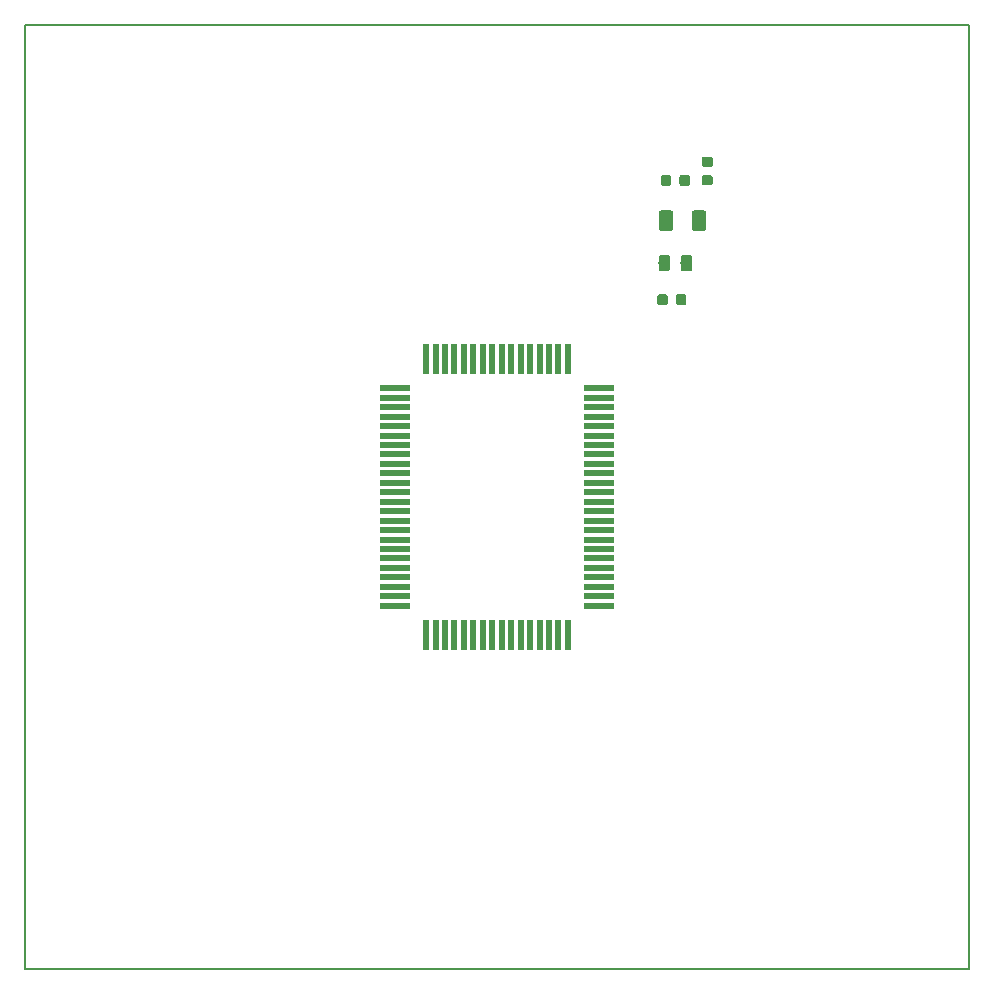
<source format=gbr>
G04 #@! TF.GenerationSoftware,KiCad,Pcbnew,5.0.0-fee4fd1~65~ubuntu18.04.1*
G04 #@! TF.CreationDate,2018-07-29T00:01:00+03:00*
G04 #@! TF.ProjectId,GB-BRK-CPU-G2,47422D42524B2D4350552D47322E6B69,v1.0*
G04 #@! TF.SameCoordinates,Original*
G04 #@! TF.FileFunction,Paste,Top*
G04 #@! TF.FilePolarity,Positive*
%FSLAX46Y46*%
G04 Gerber Fmt 4.6, Leading zero omitted, Abs format (unit mm)*
G04 Created by KiCad (PCBNEW 5.0.0-fee4fd1~65~ubuntu18.04.1) date Sun Jul 29 00:01:00 2018*
%MOMM*%
%LPD*%
G01*
G04 APERTURE LIST*
%ADD10C,0.150000*%
%ADD11R,0.500000X2.500000*%
%ADD12R,2.500000X0.500000*%
%ADD13C,0.100000*%
%ADD14C,0.875000*%
%ADD15C,0.975000*%
%ADD16C,1.250000*%
G04 APERTURE END LIST*
D10*
X140000000Y-60000000D02*
X60000000Y-60000000D01*
X140000000Y-140000000D02*
X140000000Y-60000000D01*
X60000000Y-140000000D02*
X140000000Y-140000000D01*
X60000000Y-60000000D02*
X60000000Y-140000000D01*
D11*
G04 #@! TO.C,U1*
X94000000Y-88350000D03*
X94800000Y-88350000D03*
X95600000Y-88350000D03*
X96400000Y-88350000D03*
X97200000Y-88350000D03*
X98000000Y-88350000D03*
X98800000Y-88350000D03*
X99600000Y-88350000D03*
X100400000Y-88350000D03*
X101200000Y-88350000D03*
X102000000Y-88350000D03*
X102800000Y-88350000D03*
X103600000Y-88350000D03*
X104400000Y-88350000D03*
X105200000Y-88350000D03*
D12*
X108600000Y-90800000D03*
X108600000Y-91600000D03*
X108600000Y-92400000D03*
X108600000Y-93200000D03*
X108600000Y-94000000D03*
X108600000Y-94800000D03*
X108600000Y-95600000D03*
X108600000Y-96400000D03*
X108600000Y-97200000D03*
X108600000Y-98000000D03*
X108600000Y-98800000D03*
X108600000Y-99600000D03*
X108600000Y-100400000D03*
X108600000Y-101200000D03*
X108600000Y-102000000D03*
X108600000Y-102800000D03*
X108600000Y-103600000D03*
X108600000Y-104400000D03*
X108600000Y-105200000D03*
X108600000Y-106000000D03*
X108600000Y-106800000D03*
X108600000Y-107600000D03*
X108600000Y-108400000D03*
D11*
X106000000Y-111650000D03*
X105200000Y-111650000D03*
X104400000Y-111650000D03*
X103600000Y-111650000D03*
X102800000Y-111650000D03*
X102000000Y-111650000D03*
X101200000Y-111650000D03*
X100400000Y-111650000D03*
X99600000Y-111650000D03*
X98800000Y-111650000D03*
X98000000Y-111650000D03*
X97200000Y-111650000D03*
X96400000Y-111650000D03*
X95600000Y-111650000D03*
X94800000Y-111650000D03*
D12*
X91400000Y-109200000D03*
X91400000Y-108400000D03*
X91400000Y-107600000D03*
X91400000Y-106800000D03*
X91400000Y-106000000D03*
X91400000Y-105200000D03*
X91400000Y-104400000D03*
X91400000Y-103600000D03*
X91400000Y-102800000D03*
X91400000Y-102000000D03*
X91400000Y-101200000D03*
X91400000Y-100400000D03*
X91400000Y-99600000D03*
X91400000Y-98800000D03*
X91400000Y-98000000D03*
X91400000Y-97200000D03*
X91400000Y-96400000D03*
X91400000Y-95600000D03*
X91400000Y-94800000D03*
X91400000Y-94000000D03*
X91400000Y-93200000D03*
X91400000Y-92400000D03*
X91400000Y-91600000D03*
X108600000Y-109200000D03*
D11*
X94000000Y-111650000D03*
D12*
X91400000Y-90800000D03*
D11*
X106000000Y-88350000D03*
G04 #@! TD*
D13*
G04 #@! TO.C,C1*
G36*
X115827691Y-82826053D02*
X115848926Y-82829203D01*
X115869750Y-82834419D01*
X115889962Y-82841651D01*
X115909368Y-82850830D01*
X115927781Y-82861866D01*
X115945024Y-82874654D01*
X115960930Y-82889070D01*
X115975346Y-82904976D01*
X115988134Y-82922219D01*
X115999170Y-82940632D01*
X116008349Y-82960038D01*
X116015581Y-82980250D01*
X116020797Y-83001074D01*
X116023947Y-83022309D01*
X116025000Y-83043750D01*
X116025000Y-83556250D01*
X116023947Y-83577691D01*
X116020797Y-83598926D01*
X116015581Y-83619750D01*
X116008349Y-83639962D01*
X115999170Y-83659368D01*
X115988134Y-83677781D01*
X115975346Y-83695024D01*
X115960930Y-83710930D01*
X115945024Y-83725346D01*
X115927781Y-83738134D01*
X115909368Y-83749170D01*
X115889962Y-83758349D01*
X115869750Y-83765581D01*
X115848926Y-83770797D01*
X115827691Y-83773947D01*
X115806250Y-83775000D01*
X115368750Y-83775000D01*
X115347309Y-83773947D01*
X115326074Y-83770797D01*
X115305250Y-83765581D01*
X115285038Y-83758349D01*
X115265632Y-83749170D01*
X115247219Y-83738134D01*
X115229976Y-83725346D01*
X115214070Y-83710930D01*
X115199654Y-83695024D01*
X115186866Y-83677781D01*
X115175830Y-83659368D01*
X115166651Y-83639962D01*
X115159419Y-83619750D01*
X115154203Y-83598926D01*
X115151053Y-83577691D01*
X115150000Y-83556250D01*
X115150000Y-83043750D01*
X115151053Y-83022309D01*
X115154203Y-83001074D01*
X115159419Y-82980250D01*
X115166651Y-82960038D01*
X115175830Y-82940632D01*
X115186866Y-82922219D01*
X115199654Y-82904976D01*
X115214070Y-82889070D01*
X115229976Y-82874654D01*
X115247219Y-82861866D01*
X115265632Y-82850830D01*
X115285038Y-82841651D01*
X115305250Y-82834419D01*
X115326074Y-82829203D01*
X115347309Y-82826053D01*
X115368750Y-82825000D01*
X115806250Y-82825000D01*
X115827691Y-82826053D01*
X115827691Y-82826053D01*
G37*
D14*
X115587500Y-83300000D03*
D13*
G36*
X114252691Y-82826053D02*
X114273926Y-82829203D01*
X114294750Y-82834419D01*
X114314962Y-82841651D01*
X114334368Y-82850830D01*
X114352781Y-82861866D01*
X114370024Y-82874654D01*
X114385930Y-82889070D01*
X114400346Y-82904976D01*
X114413134Y-82922219D01*
X114424170Y-82940632D01*
X114433349Y-82960038D01*
X114440581Y-82980250D01*
X114445797Y-83001074D01*
X114448947Y-83022309D01*
X114450000Y-83043750D01*
X114450000Y-83556250D01*
X114448947Y-83577691D01*
X114445797Y-83598926D01*
X114440581Y-83619750D01*
X114433349Y-83639962D01*
X114424170Y-83659368D01*
X114413134Y-83677781D01*
X114400346Y-83695024D01*
X114385930Y-83710930D01*
X114370024Y-83725346D01*
X114352781Y-83738134D01*
X114334368Y-83749170D01*
X114314962Y-83758349D01*
X114294750Y-83765581D01*
X114273926Y-83770797D01*
X114252691Y-83773947D01*
X114231250Y-83775000D01*
X113793750Y-83775000D01*
X113772309Y-83773947D01*
X113751074Y-83770797D01*
X113730250Y-83765581D01*
X113710038Y-83758349D01*
X113690632Y-83749170D01*
X113672219Y-83738134D01*
X113654976Y-83725346D01*
X113639070Y-83710930D01*
X113624654Y-83695024D01*
X113611866Y-83677781D01*
X113600830Y-83659368D01*
X113591651Y-83639962D01*
X113584419Y-83619750D01*
X113579203Y-83598926D01*
X113576053Y-83577691D01*
X113575000Y-83556250D01*
X113575000Y-83043750D01*
X113576053Y-83022309D01*
X113579203Y-83001074D01*
X113584419Y-82980250D01*
X113591651Y-82960038D01*
X113600830Y-82940632D01*
X113611866Y-82922219D01*
X113624654Y-82904976D01*
X113639070Y-82889070D01*
X113654976Y-82874654D01*
X113672219Y-82861866D01*
X113690632Y-82850830D01*
X113710038Y-82841651D01*
X113730250Y-82834419D01*
X113751074Y-82829203D01*
X113772309Y-82826053D01*
X113793750Y-82825000D01*
X114231250Y-82825000D01*
X114252691Y-82826053D01*
X114252691Y-82826053D01*
G37*
D14*
X114012500Y-83300000D03*
G04 #@! TD*
D13*
G04 #@! TO.C,C2*
G36*
X116305142Y-79501174D02*
X116328803Y-79504684D01*
X116352007Y-79510496D01*
X116374529Y-79518554D01*
X116396153Y-79528782D01*
X116416670Y-79541079D01*
X116435883Y-79555329D01*
X116453607Y-79571393D01*
X116469671Y-79589117D01*
X116483921Y-79608330D01*
X116496218Y-79628847D01*
X116506446Y-79650471D01*
X116514504Y-79672993D01*
X116520316Y-79696197D01*
X116523826Y-79719858D01*
X116525000Y-79743750D01*
X116525000Y-80656250D01*
X116523826Y-80680142D01*
X116520316Y-80703803D01*
X116514504Y-80727007D01*
X116506446Y-80749529D01*
X116496218Y-80771153D01*
X116483921Y-80791670D01*
X116469671Y-80810883D01*
X116453607Y-80828607D01*
X116435883Y-80844671D01*
X116416670Y-80858921D01*
X116396153Y-80871218D01*
X116374529Y-80881446D01*
X116352007Y-80889504D01*
X116328803Y-80895316D01*
X116305142Y-80898826D01*
X116281250Y-80900000D01*
X115793750Y-80900000D01*
X115769858Y-80898826D01*
X115746197Y-80895316D01*
X115722993Y-80889504D01*
X115700471Y-80881446D01*
X115678847Y-80871218D01*
X115658330Y-80858921D01*
X115639117Y-80844671D01*
X115621393Y-80828607D01*
X115605329Y-80810883D01*
X115591079Y-80791670D01*
X115578782Y-80771153D01*
X115568554Y-80749529D01*
X115560496Y-80727007D01*
X115554684Y-80703803D01*
X115551174Y-80680142D01*
X115550000Y-80656250D01*
X115550000Y-79743750D01*
X115551174Y-79719858D01*
X115554684Y-79696197D01*
X115560496Y-79672993D01*
X115568554Y-79650471D01*
X115578782Y-79628847D01*
X115591079Y-79608330D01*
X115605329Y-79589117D01*
X115621393Y-79571393D01*
X115639117Y-79555329D01*
X115658330Y-79541079D01*
X115678847Y-79528782D01*
X115700471Y-79518554D01*
X115722993Y-79510496D01*
X115746197Y-79504684D01*
X115769858Y-79501174D01*
X115793750Y-79500000D01*
X116281250Y-79500000D01*
X116305142Y-79501174D01*
X116305142Y-79501174D01*
G37*
D15*
X116037500Y-80200000D03*
D13*
G36*
X114430142Y-79501174D02*
X114453803Y-79504684D01*
X114477007Y-79510496D01*
X114499529Y-79518554D01*
X114521153Y-79528782D01*
X114541670Y-79541079D01*
X114560883Y-79555329D01*
X114578607Y-79571393D01*
X114594671Y-79589117D01*
X114608921Y-79608330D01*
X114621218Y-79628847D01*
X114631446Y-79650471D01*
X114639504Y-79672993D01*
X114645316Y-79696197D01*
X114648826Y-79719858D01*
X114650000Y-79743750D01*
X114650000Y-80656250D01*
X114648826Y-80680142D01*
X114645316Y-80703803D01*
X114639504Y-80727007D01*
X114631446Y-80749529D01*
X114621218Y-80771153D01*
X114608921Y-80791670D01*
X114594671Y-80810883D01*
X114578607Y-80828607D01*
X114560883Y-80844671D01*
X114541670Y-80858921D01*
X114521153Y-80871218D01*
X114499529Y-80881446D01*
X114477007Y-80889504D01*
X114453803Y-80895316D01*
X114430142Y-80898826D01*
X114406250Y-80900000D01*
X113918750Y-80900000D01*
X113894858Y-80898826D01*
X113871197Y-80895316D01*
X113847993Y-80889504D01*
X113825471Y-80881446D01*
X113803847Y-80871218D01*
X113783330Y-80858921D01*
X113764117Y-80844671D01*
X113746393Y-80828607D01*
X113730329Y-80810883D01*
X113716079Y-80791670D01*
X113703782Y-80771153D01*
X113693554Y-80749529D01*
X113685496Y-80727007D01*
X113679684Y-80703803D01*
X113676174Y-80680142D01*
X113675000Y-80656250D01*
X113675000Y-79743750D01*
X113676174Y-79719858D01*
X113679684Y-79696197D01*
X113685496Y-79672993D01*
X113693554Y-79650471D01*
X113703782Y-79628847D01*
X113716079Y-79608330D01*
X113730329Y-79589117D01*
X113746393Y-79571393D01*
X113764117Y-79555329D01*
X113783330Y-79541079D01*
X113803847Y-79528782D01*
X113825471Y-79518554D01*
X113847993Y-79510496D01*
X113871197Y-79504684D01*
X113894858Y-79501174D01*
X113918750Y-79500000D01*
X114406250Y-79500000D01*
X114430142Y-79501174D01*
X114430142Y-79501174D01*
G37*
D15*
X114162500Y-80200000D03*
G04 #@! TD*
D13*
G04 #@! TO.C,C3*
G36*
X117499504Y-75726204D02*
X117523773Y-75729804D01*
X117547571Y-75735765D01*
X117570671Y-75744030D01*
X117592849Y-75754520D01*
X117613893Y-75767133D01*
X117633598Y-75781747D01*
X117651777Y-75798223D01*
X117668253Y-75816402D01*
X117682867Y-75836107D01*
X117695480Y-75857151D01*
X117705970Y-75879329D01*
X117714235Y-75902429D01*
X117720196Y-75926227D01*
X117723796Y-75950496D01*
X117725000Y-75975000D01*
X117725000Y-77225000D01*
X117723796Y-77249504D01*
X117720196Y-77273773D01*
X117714235Y-77297571D01*
X117705970Y-77320671D01*
X117695480Y-77342849D01*
X117682867Y-77363893D01*
X117668253Y-77383598D01*
X117651777Y-77401777D01*
X117633598Y-77418253D01*
X117613893Y-77432867D01*
X117592849Y-77445480D01*
X117570671Y-77455970D01*
X117547571Y-77464235D01*
X117523773Y-77470196D01*
X117499504Y-77473796D01*
X117475000Y-77475000D01*
X116725000Y-77475000D01*
X116700496Y-77473796D01*
X116676227Y-77470196D01*
X116652429Y-77464235D01*
X116629329Y-77455970D01*
X116607151Y-77445480D01*
X116586107Y-77432867D01*
X116566402Y-77418253D01*
X116548223Y-77401777D01*
X116531747Y-77383598D01*
X116517133Y-77363893D01*
X116504520Y-77342849D01*
X116494030Y-77320671D01*
X116485765Y-77297571D01*
X116479804Y-77273773D01*
X116476204Y-77249504D01*
X116475000Y-77225000D01*
X116475000Y-75975000D01*
X116476204Y-75950496D01*
X116479804Y-75926227D01*
X116485765Y-75902429D01*
X116494030Y-75879329D01*
X116504520Y-75857151D01*
X116517133Y-75836107D01*
X116531747Y-75816402D01*
X116548223Y-75798223D01*
X116566402Y-75781747D01*
X116586107Y-75767133D01*
X116607151Y-75754520D01*
X116629329Y-75744030D01*
X116652429Y-75735765D01*
X116676227Y-75729804D01*
X116700496Y-75726204D01*
X116725000Y-75725000D01*
X117475000Y-75725000D01*
X117499504Y-75726204D01*
X117499504Y-75726204D01*
G37*
D16*
X117100000Y-76600000D03*
D13*
G36*
X114699504Y-75726204D02*
X114723773Y-75729804D01*
X114747571Y-75735765D01*
X114770671Y-75744030D01*
X114792849Y-75754520D01*
X114813893Y-75767133D01*
X114833598Y-75781747D01*
X114851777Y-75798223D01*
X114868253Y-75816402D01*
X114882867Y-75836107D01*
X114895480Y-75857151D01*
X114905970Y-75879329D01*
X114914235Y-75902429D01*
X114920196Y-75926227D01*
X114923796Y-75950496D01*
X114925000Y-75975000D01*
X114925000Y-77225000D01*
X114923796Y-77249504D01*
X114920196Y-77273773D01*
X114914235Y-77297571D01*
X114905970Y-77320671D01*
X114895480Y-77342849D01*
X114882867Y-77363893D01*
X114868253Y-77383598D01*
X114851777Y-77401777D01*
X114833598Y-77418253D01*
X114813893Y-77432867D01*
X114792849Y-77445480D01*
X114770671Y-77455970D01*
X114747571Y-77464235D01*
X114723773Y-77470196D01*
X114699504Y-77473796D01*
X114675000Y-77475000D01*
X113925000Y-77475000D01*
X113900496Y-77473796D01*
X113876227Y-77470196D01*
X113852429Y-77464235D01*
X113829329Y-77455970D01*
X113807151Y-77445480D01*
X113786107Y-77432867D01*
X113766402Y-77418253D01*
X113748223Y-77401777D01*
X113731747Y-77383598D01*
X113717133Y-77363893D01*
X113704520Y-77342849D01*
X113694030Y-77320671D01*
X113685765Y-77297571D01*
X113679804Y-77273773D01*
X113676204Y-77249504D01*
X113675000Y-77225000D01*
X113675000Y-75975000D01*
X113676204Y-75950496D01*
X113679804Y-75926227D01*
X113685765Y-75902429D01*
X113694030Y-75879329D01*
X113704520Y-75857151D01*
X113717133Y-75836107D01*
X113731747Y-75816402D01*
X113748223Y-75798223D01*
X113766402Y-75781747D01*
X113786107Y-75767133D01*
X113807151Y-75754520D01*
X113829329Y-75744030D01*
X113852429Y-75735765D01*
X113876227Y-75729804D01*
X113900496Y-75726204D01*
X113925000Y-75725000D01*
X114675000Y-75725000D01*
X114699504Y-75726204D01*
X114699504Y-75726204D01*
G37*
D16*
X114300000Y-76600000D03*
G04 #@! TD*
D13*
G04 #@! TO.C,D1*
G36*
X118077691Y-72751053D02*
X118098926Y-72754203D01*
X118119750Y-72759419D01*
X118139962Y-72766651D01*
X118159368Y-72775830D01*
X118177781Y-72786866D01*
X118195024Y-72799654D01*
X118210930Y-72814070D01*
X118225346Y-72829976D01*
X118238134Y-72847219D01*
X118249170Y-72865632D01*
X118258349Y-72885038D01*
X118265581Y-72905250D01*
X118270797Y-72926074D01*
X118273947Y-72947309D01*
X118275000Y-72968750D01*
X118275000Y-73406250D01*
X118273947Y-73427691D01*
X118270797Y-73448926D01*
X118265581Y-73469750D01*
X118258349Y-73489962D01*
X118249170Y-73509368D01*
X118238134Y-73527781D01*
X118225346Y-73545024D01*
X118210930Y-73560930D01*
X118195024Y-73575346D01*
X118177781Y-73588134D01*
X118159368Y-73599170D01*
X118139962Y-73608349D01*
X118119750Y-73615581D01*
X118098926Y-73620797D01*
X118077691Y-73623947D01*
X118056250Y-73625000D01*
X117543750Y-73625000D01*
X117522309Y-73623947D01*
X117501074Y-73620797D01*
X117480250Y-73615581D01*
X117460038Y-73608349D01*
X117440632Y-73599170D01*
X117422219Y-73588134D01*
X117404976Y-73575346D01*
X117389070Y-73560930D01*
X117374654Y-73545024D01*
X117361866Y-73527781D01*
X117350830Y-73509368D01*
X117341651Y-73489962D01*
X117334419Y-73469750D01*
X117329203Y-73448926D01*
X117326053Y-73427691D01*
X117325000Y-73406250D01*
X117325000Y-72968750D01*
X117326053Y-72947309D01*
X117329203Y-72926074D01*
X117334419Y-72905250D01*
X117341651Y-72885038D01*
X117350830Y-72865632D01*
X117361866Y-72847219D01*
X117374654Y-72829976D01*
X117389070Y-72814070D01*
X117404976Y-72799654D01*
X117422219Y-72786866D01*
X117440632Y-72775830D01*
X117460038Y-72766651D01*
X117480250Y-72759419D01*
X117501074Y-72754203D01*
X117522309Y-72751053D01*
X117543750Y-72750000D01*
X118056250Y-72750000D01*
X118077691Y-72751053D01*
X118077691Y-72751053D01*
G37*
D14*
X117800000Y-73187500D03*
D13*
G36*
X118077691Y-71176053D02*
X118098926Y-71179203D01*
X118119750Y-71184419D01*
X118139962Y-71191651D01*
X118159368Y-71200830D01*
X118177781Y-71211866D01*
X118195024Y-71224654D01*
X118210930Y-71239070D01*
X118225346Y-71254976D01*
X118238134Y-71272219D01*
X118249170Y-71290632D01*
X118258349Y-71310038D01*
X118265581Y-71330250D01*
X118270797Y-71351074D01*
X118273947Y-71372309D01*
X118275000Y-71393750D01*
X118275000Y-71831250D01*
X118273947Y-71852691D01*
X118270797Y-71873926D01*
X118265581Y-71894750D01*
X118258349Y-71914962D01*
X118249170Y-71934368D01*
X118238134Y-71952781D01*
X118225346Y-71970024D01*
X118210930Y-71985930D01*
X118195024Y-72000346D01*
X118177781Y-72013134D01*
X118159368Y-72024170D01*
X118139962Y-72033349D01*
X118119750Y-72040581D01*
X118098926Y-72045797D01*
X118077691Y-72048947D01*
X118056250Y-72050000D01*
X117543750Y-72050000D01*
X117522309Y-72048947D01*
X117501074Y-72045797D01*
X117480250Y-72040581D01*
X117460038Y-72033349D01*
X117440632Y-72024170D01*
X117422219Y-72013134D01*
X117404976Y-72000346D01*
X117389070Y-71985930D01*
X117374654Y-71970024D01*
X117361866Y-71952781D01*
X117350830Y-71934368D01*
X117341651Y-71914962D01*
X117334419Y-71894750D01*
X117329203Y-71873926D01*
X117326053Y-71852691D01*
X117325000Y-71831250D01*
X117325000Y-71393750D01*
X117326053Y-71372309D01*
X117329203Y-71351074D01*
X117334419Y-71330250D01*
X117341651Y-71310038D01*
X117350830Y-71290632D01*
X117361866Y-71272219D01*
X117374654Y-71254976D01*
X117389070Y-71239070D01*
X117404976Y-71224654D01*
X117422219Y-71211866D01*
X117440632Y-71200830D01*
X117460038Y-71191651D01*
X117480250Y-71184419D01*
X117501074Y-71179203D01*
X117522309Y-71176053D01*
X117543750Y-71175000D01*
X118056250Y-71175000D01*
X118077691Y-71176053D01*
X118077691Y-71176053D01*
G37*
D14*
X117800000Y-71612500D03*
G04 #@! TD*
D13*
G04 #@! TO.C,R1*
G36*
X114552691Y-72726053D02*
X114573926Y-72729203D01*
X114594750Y-72734419D01*
X114614962Y-72741651D01*
X114634368Y-72750830D01*
X114652781Y-72761866D01*
X114670024Y-72774654D01*
X114685930Y-72789070D01*
X114700346Y-72804976D01*
X114713134Y-72822219D01*
X114724170Y-72840632D01*
X114733349Y-72860038D01*
X114740581Y-72880250D01*
X114745797Y-72901074D01*
X114748947Y-72922309D01*
X114750000Y-72943750D01*
X114750000Y-73456250D01*
X114748947Y-73477691D01*
X114745797Y-73498926D01*
X114740581Y-73519750D01*
X114733349Y-73539962D01*
X114724170Y-73559368D01*
X114713134Y-73577781D01*
X114700346Y-73595024D01*
X114685930Y-73610930D01*
X114670024Y-73625346D01*
X114652781Y-73638134D01*
X114634368Y-73649170D01*
X114614962Y-73658349D01*
X114594750Y-73665581D01*
X114573926Y-73670797D01*
X114552691Y-73673947D01*
X114531250Y-73675000D01*
X114093750Y-73675000D01*
X114072309Y-73673947D01*
X114051074Y-73670797D01*
X114030250Y-73665581D01*
X114010038Y-73658349D01*
X113990632Y-73649170D01*
X113972219Y-73638134D01*
X113954976Y-73625346D01*
X113939070Y-73610930D01*
X113924654Y-73595024D01*
X113911866Y-73577781D01*
X113900830Y-73559368D01*
X113891651Y-73539962D01*
X113884419Y-73519750D01*
X113879203Y-73498926D01*
X113876053Y-73477691D01*
X113875000Y-73456250D01*
X113875000Y-72943750D01*
X113876053Y-72922309D01*
X113879203Y-72901074D01*
X113884419Y-72880250D01*
X113891651Y-72860038D01*
X113900830Y-72840632D01*
X113911866Y-72822219D01*
X113924654Y-72804976D01*
X113939070Y-72789070D01*
X113954976Y-72774654D01*
X113972219Y-72761866D01*
X113990632Y-72750830D01*
X114010038Y-72741651D01*
X114030250Y-72734419D01*
X114051074Y-72729203D01*
X114072309Y-72726053D01*
X114093750Y-72725000D01*
X114531250Y-72725000D01*
X114552691Y-72726053D01*
X114552691Y-72726053D01*
G37*
D14*
X114312500Y-73200000D03*
D13*
G36*
X116127691Y-72726053D02*
X116148926Y-72729203D01*
X116169750Y-72734419D01*
X116189962Y-72741651D01*
X116209368Y-72750830D01*
X116227781Y-72761866D01*
X116245024Y-72774654D01*
X116260930Y-72789070D01*
X116275346Y-72804976D01*
X116288134Y-72822219D01*
X116299170Y-72840632D01*
X116308349Y-72860038D01*
X116315581Y-72880250D01*
X116320797Y-72901074D01*
X116323947Y-72922309D01*
X116325000Y-72943750D01*
X116325000Y-73456250D01*
X116323947Y-73477691D01*
X116320797Y-73498926D01*
X116315581Y-73519750D01*
X116308349Y-73539962D01*
X116299170Y-73559368D01*
X116288134Y-73577781D01*
X116275346Y-73595024D01*
X116260930Y-73610930D01*
X116245024Y-73625346D01*
X116227781Y-73638134D01*
X116209368Y-73649170D01*
X116189962Y-73658349D01*
X116169750Y-73665581D01*
X116148926Y-73670797D01*
X116127691Y-73673947D01*
X116106250Y-73675000D01*
X115668750Y-73675000D01*
X115647309Y-73673947D01*
X115626074Y-73670797D01*
X115605250Y-73665581D01*
X115585038Y-73658349D01*
X115565632Y-73649170D01*
X115547219Y-73638134D01*
X115529976Y-73625346D01*
X115514070Y-73610930D01*
X115499654Y-73595024D01*
X115486866Y-73577781D01*
X115475830Y-73559368D01*
X115466651Y-73539962D01*
X115459419Y-73519750D01*
X115454203Y-73498926D01*
X115451053Y-73477691D01*
X115450000Y-73456250D01*
X115450000Y-72943750D01*
X115451053Y-72922309D01*
X115454203Y-72901074D01*
X115459419Y-72880250D01*
X115466651Y-72860038D01*
X115475830Y-72840632D01*
X115486866Y-72822219D01*
X115499654Y-72804976D01*
X115514070Y-72789070D01*
X115529976Y-72774654D01*
X115547219Y-72761866D01*
X115565632Y-72750830D01*
X115585038Y-72741651D01*
X115605250Y-72734419D01*
X115626074Y-72729203D01*
X115647309Y-72726053D01*
X115668750Y-72725000D01*
X116106250Y-72725000D01*
X116127691Y-72726053D01*
X116127691Y-72726053D01*
G37*
D14*
X115887500Y-73200000D03*
G04 #@! TD*
M02*

</source>
